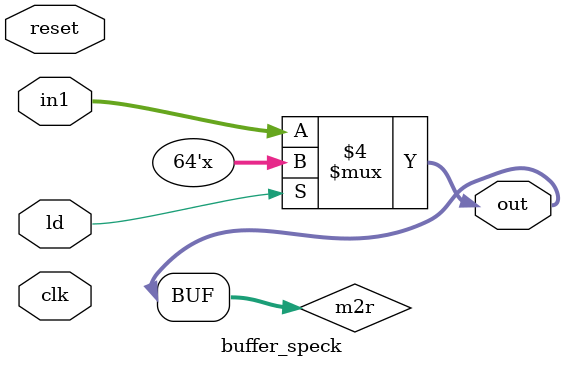
<source format=v>
`timescale 1ns / 1ps

module buffer_speck(in1,
              out,
              clk,
              ld,
              reset
    );
    input [63:0] in1;
    input ld;
    input clk,reset;
    output [63:0] out;
    reg [63:0] m2r;
    always@(*)
    begin
    if(!ld)
        m2r = in1;
    
    end
    
//    Reg_Speck rs (.din(m2r),.dout(out),.clk(clk),.reset(reset));
    assign out = m2r;    
endmodule

</source>
